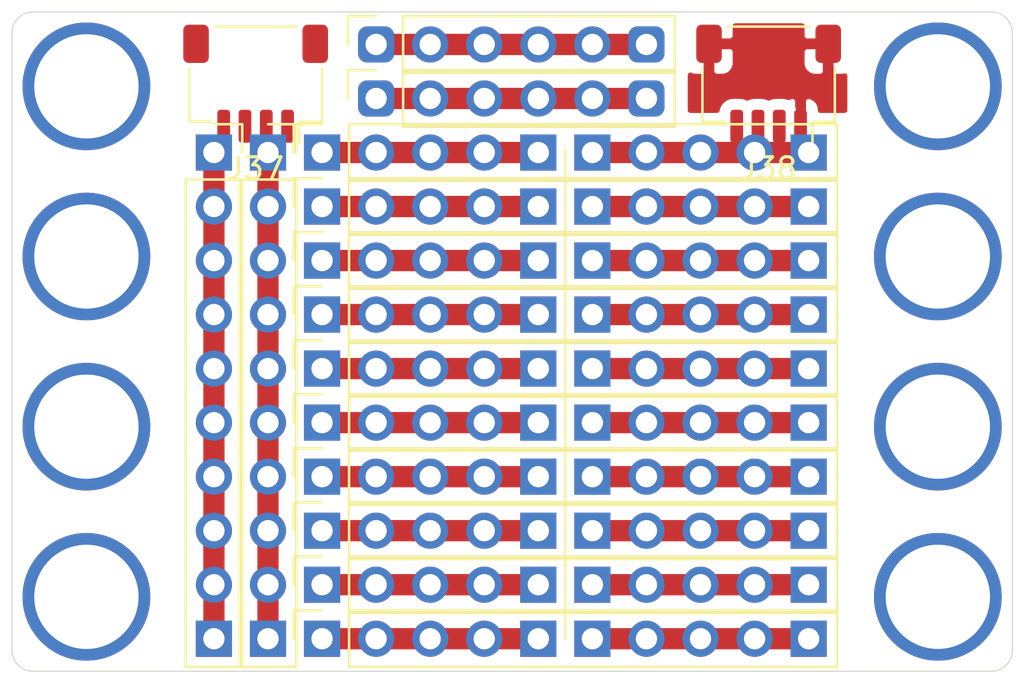
<source format=kicad_pcb>
(kicad_pcb (version 20171130) (host pcbnew 5.1.9)

  (general
    (thickness 1.6)
    (drawings 9)
    (tracks 24)
    (zones 0)
    (modules 18)
    (nets 33)
  )

  (page A4)
  (layers
    (0 F.Cu signal)
    (31 B.Cu signal)
    (32 B.Adhes user)
    (33 F.Adhes user)
    (34 B.Paste user)
    (35 F.Paste user)
    (36 B.SilkS user)
    (37 F.SilkS user)
    (38 B.Mask user)
    (39 F.Mask user)
    (40 Dwgs.User user)
    (41 Cmts.User user)
    (42 Eco1.User user)
    (43 Eco2.User user)
    (44 Edge.Cuts user)
    (45 Margin user)
    (46 B.CrtYd user)
    (47 F.CrtYd user)
    (48 B.Fab user)
    (49 F.Fab user hide)
  )

  (setup
    (last_trace_width 0.25)
    (user_trace_width 0.4)
    (user_trace_width 0.5)
    (user_trace_width 1)
    (trace_clearance 0.2)
    (zone_clearance 0.508)
    (zone_45_only no)
    (trace_min 0.2)
    (via_size 0.8)
    (via_drill 0.4)
    (via_min_size 0.4)
    (via_min_drill 0.3)
    (uvia_size 0.3)
    (uvia_drill 0.1)
    (uvias_allowed no)
    (uvia_min_size 0.2)
    (uvia_min_drill 0.1)
    (edge_width 0.05)
    (segment_width 0.2)
    (pcb_text_width 0.3)
    (pcb_text_size 1.5 1.5)
    (mod_edge_width 0.12)
    (mod_text_size 1 1)
    (mod_text_width 0.15)
    (pad_size 1.7 1.7)
    (pad_drill 1)
    (pad_to_mask_clearance 0)
    (aux_axis_origin 0 0)
    (visible_elements FFFFFF7F)
    (pcbplotparams
      (layerselection 0x010cc_ffffffff)
      (usegerberextensions false)
      (usegerberattributes true)
      (usegerberadvancedattributes true)
      (creategerberjobfile true)
      (excludeedgelayer true)
      (linewidth 0.100000)
      (plotframeref false)
      (viasonmask false)
      (mode 1)
      (useauxorigin false)
      (hpglpennumber 1)
      (hpglpenspeed 20)
      (hpglpendiameter 15.000000)
      (psnegative false)
      (psa4output false)
      (plotreference true)
      (plotvalue true)
      (plotinvisibletext false)
      (padsonsilk false)
      (subtractmaskfromsilk true)
      (outputformat 1)
      (mirror false)
      (drillshape 0)
      (scaleselection 1)
      (outputdirectory "gerbers/"))
  )

  (net 0 "")
  (net 1 /Q1-GND)
  (net 2 /Q1-3v3)
  (net 3 "Net-(J3-Pad1)")
  (net 4 "Net-(J4-Pad1)")
  (net 5 "Net-(J5-Pad10)")
  (net 6 "Net-(J5-Pad1)")
  (net 7 "Net-(J6-Pad10)")
  (net 8 "Net-(J6-Pad1)")
  (net 9 "Net-(J7-Pad10)")
  (net 10 "Net-(J7-Pad1)")
  (net 11 "Net-(J8-Pad10)")
  (net 12 "Net-(J8-Pad1)")
  (net 13 "Net-(J9-Pad10)")
  (net 14 "Net-(J9-Pad1)")
  (net 15 "Net-(J10-Pad10)")
  (net 16 "Net-(J10-Pad1)")
  (net 17 "Net-(J11-Pad10)")
  (net 18 "Net-(J11-Pad1)")
  (net 19 "Net-(J12-Pad10)")
  (net 20 "Net-(J12-Pad1)")
  (net 21 "Net-(J16-Pad1)")
  (net 22 "Net-(J18-Pad1)")
  (net 23 /Q1-SDA)
  (net 24 /Q1-SCL)
  (net 25 "Net-(J3-Pad10)")
  (net 26 "Net-(J4-Pad10)")
  (net 27 "Net-(J16-Pad4)")
  (net 28 "Net-(J16-Pad3)")
  (net 29 "Net-(J16-Pad2)")
  (net 30 "Net-(J18-Pad4)")
  (net 31 "Net-(J18-Pad3)")
  (net 32 "Net-(J18-Pad2)")

  (net_class Default "This is the default net class."
    (clearance 0.2)
    (trace_width 0.25)
    (via_dia 0.8)
    (via_drill 0.4)
    (uvia_dia 0.3)
    (uvia_drill 0.1)
    (add_net /Q1-3v3)
    (add_net /Q1-GND)
    (add_net /Q1-SCL)
    (add_net /Q1-SDA)
    (add_net "Net-(J10-Pad1)")
    (add_net "Net-(J10-Pad10)")
    (add_net "Net-(J11-Pad1)")
    (add_net "Net-(J11-Pad10)")
    (add_net "Net-(J12-Pad1)")
    (add_net "Net-(J12-Pad10)")
    (add_net "Net-(J16-Pad1)")
    (add_net "Net-(J16-Pad2)")
    (add_net "Net-(J16-Pad3)")
    (add_net "Net-(J16-Pad4)")
    (add_net "Net-(J18-Pad1)")
    (add_net "Net-(J18-Pad2)")
    (add_net "Net-(J18-Pad3)")
    (add_net "Net-(J18-Pad4)")
    (add_net "Net-(J3-Pad1)")
    (add_net "Net-(J3-Pad10)")
    (add_net "Net-(J4-Pad1)")
    (add_net "Net-(J4-Pad10)")
    (add_net "Net-(J5-Pad1)")
    (add_net "Net-(J5-Pad10)")
    (add_net "Net-(J6-Pad1)")
    (add_net "Net-(J6-Pad10)")
    (add_net "Net-(J7-Pad1)")
    (add_net "Net-(J7-Pad10)")
    (add_net "Net-(J8-Pad1)")
    (add_net "Net-(J8-Pad10)")
    (add_net "Net-(J9-Pad1)")
    (add_net "Net-(J9-Pad10)")
  )

  (module Connector_JST:JST_SH_SM04B-SRSS-TB_1x04-1MP_P1.00mm_Horizontal (layer F.Cu) (tedit 5B78AD87) (tstamp 60069FDD)
    (at 209.55 87.875 180)
    (descr "JST SH series connector, SM04B-SRSS-TB (http://www.jst-mfg.com/product/pdf/eng/eSH.pdf), generated with kicad-footprint-generator")
    (tags "connector JST SH top entry")
    (path /600D06B0)
    (attr smd)
    (fp_text reference J38 (at 0 -3.98) (layer F.SilkS)
      (effects (font (size 1 1) (thickness 0.15)))
    )
    (fp_text value Conn_01x04_MountingPin (at 0 3.98) (layer F.Fab)
      (effects (font (size 1 1) (thickness 0.15)))
    )
    (fp_text user %R (at 0 0) (layer F.Fab)
      (effects (font (size 1 1) (thickness 0.15)))
    )
    (fp_line (start -3 -1.675) (end 3 -1.675) (layer F.Fab) (width 0.1))
    (fp_line (start -3.11 0.715) (end -3.11 -1.785) (layer F.SilkS) (width 0.12))
    (fp_line (start -3.11 -1.785) (end -2.06 -1.785) (layer F.SilkS) (width 0.12))
    (fp_line (start -2.06 -1.785) (end -2.06 -2.775) (layer F.SilkS) (width 0.12))
    (fp_line (start 3.11 0.715) (end 3.11 -1.785) (layer F.SilkS) (width 0.12))
    (fp_line (start 3.11 -1.785) (end 2.06 -1.785) (layer F.SilkS) (width 0.12))
    (fp_line (start -1.94 2.685) (end 1.94 2.685) (layer F.SilkS) (width 0.12))
    (fp_line (start -3 2.575) (end 3 2.575) (layer F.Fab) (width 0.1))
    (fp_line (start -3 -1.675) (end -3 2.575) (layer F.Fab) (width 0.1))
    (fp_line (start 3 -1.675) (end 3 2.575) (layer F.Fab) (width 0.1))
    (fp_line (start -3.9 -3.28) (end -3.9 3.28) (layer F.CrtYd) (width 0.05))
    (fp_line (start -3.9 3.28) (end 3.9 3.28) (layer F.CrtYd) (width 0.05))
    (fp_line (start 3.9 3.28) (end 3.9 -3.28) (layer F.CrtYd) (width 0.05))
    (fp_line (start 3.9 -3.28) (end -3.9 -3.28) (layer F.CrtYd) (width 0.05))
    (fp_line (start -2 -1.675) (end -1.5 -0.967893) (layer F.Fab) (width 0.1))
    (fp_line (start -1.5 -0.967893) (end -1 -1.675) (layer F.Fab) (width 0.1))
    (pad MP smd roundrect (at 2.8 1.875 180) (size 1.2 1.8) (layers F.Cu F.Paste F.Mask) (roundrect_rratio 0.208333)
      (net 1 /Q1-GND))
    (pad MP smd roundrect (at -2.8 1.875 180) (size 1.2 1.8) (layers F.Cu F.Paste F.Mask) (roundrect_rratio 0.208333)
      (net 1 /Q1-GND))
    (pad 4 smd roundrect (at 1.5 -2 180) (size 0.6 1.55) (layers F.Cu F.Paste F.Mask) (roundrect_rratio 0.25)
      (net 24 /Q1-SCL))
    (pad 3 smd roundrect (at 0.5 -2 180) (size 0.6 1.55) (layers F.Cu F.Paste F.Mask) (roundrect_rratio 0.25)
      (net 23 /Q1-SDA))
    (pad 2 smd roundrect (at -0.5 -2 180) (size 0.6 1.55) (layers F.Cu F.Paste F.Mask) (roundrect_rratio 0.25)
      (net 2 /Q1-3v3))
    (pad 1 smd roundrect (at -1.5 -2 180) (size 0.6 1.55) (layers F.Cu F.Paste F.Mask) (roundrect_rratio 0.25)
      (net 1 /Q1-GND))
    (model ${KISYS3DMOD}/Connector_JST.3dshapes/JST_SH_SM04B-SRSS-TB_1x04-1MP_P1.00mm_Horizontal.wrl
      (at (xyz 0 0 0))
      (scale (xyz 1 1 1))
      (rotate (xyz 0 0 0))
    )
  )

  (module Connector_JST:JST_SH_SM04B-SRSS-TB_1x04-1MP_P1.00mm_Horizontal (layer F.Cu) (tedit 5B78AD87) (tstamp 60069FB2)
    (at 185.45 87.875 180)
    (descr "JST SH series connector, SM04B-SRSS-TB (http://www.jst-mfg.com/product/pdf/eng/eSH.pdf), generated with kicad-footprint-generator")
    (tags "connector JST SH top entry")
    (path /600FF32F)
    (attr smd)
    (fp_text reference J37 (at 0 -3.98) (layer F.SilkS)
      (effects (font (size 1 1) (thickness 0.15)))
    )
    (fp_text value Conn_01x04_MountingPin (at 0 3.98) (layer F.Fab)
      (effects (font (size 1 1) (thickness 0.15)))
    )
    (fp_text user %R (at 0 0) (layer F.Fab)
      (effects (font (size 1 1) (thickness 0.15)))
    )
    (fp_line (start -3 -1.675) (end 3 -1.675) (layer F.Fab) (width 0.1))
    (fp_line (start -3.11 0.715) (end -3.11 -1.785) (layer F.SilkS) (width 0.12))
    (fp_line (start -3.11 -1.785) (end -2.06 -1.785) (layer F.SilkS) (width 0.12))
    (fp_line (start -2.06 -1.785) (end -2.06 -2.775) (layer F.SilkS) (width 0.12))
    (fp_line (start 3.11 0.715) (end 3.11 -1.785) (layer F.SilkS) (width 0.12))
    (fp_line (start 3.11 -1.785) (end 2.06 -1.785) (layer F.SilkS) (width 0.12))
    (fp_line (start -1.94 2.685) (end 1.94 2.685) (layer F.SilkS) (width 0.12))
    (fp_line (start -3 2.575) (end 3 2.575) (layer F.Fab) (width 0.1))
    (fp_line (start -3 -1.675) (end -3 2.575) (layer F.Fab) (width 0.1))
    (fp_line (start 3 -1.675) (end 3 2.575) (layer F.Fab) (width 0.1))
    (fp_line (start -3.9 -3.28) (end -3.9 3.28) (layer F.CrtYd) (width 0.05))
    (fp_line (start -3.9 3.28) (end 3.9 3.28) (layer F.CrtYd) (width 0.05))
    (fp_line (start 3.9 3.28) (end 3.9 -3.28) (layer F.CrtYd) (width 0.05))
    (fp_line (start 3.9 -3.28) (end -3.9 -3.28) (layer F.CrtYd) (width 0.05))
    (fp_line (start -2 -1.675) (end -1.5 -0.967893) (layer F.Fab) (width 0.1))
    (fp_line (start -1.5 -0.967893) (end -1 -1.675) (layer F.Fab) (width 0.1))
    (pad MP smd roundrect (at 2.8 1.875 180) (size 1.2 1.8) (layers F.Cu F.Paste F.Mask) (roundrect_rratio 0.208333)
      (net 1 /Q1-GND))
    (pad MP smd roundrect (at -2.8 1.875 180) (size 1.2 1.8) (layers F.Cu F.Paste F.Mask) (roundrect_rratio 0.208333)
      (net 1 /Q1-GND))
    (pad 4 smd roundrect (at 1.5 -2 180) (size 0.6 1.55) (layers F.Cu F.Paste F.Mask) (roundrect_rratio 0.25)
      (net 24 /Q1-SCL))
    (pad 3 smd roundrect (at 0.5 -2 180) (size 0.6 1.55) (layers F.Cu F.Paste F.Mask) (roundrect_rratio 0.25)
      (net 23 /Q1-SDA))
    (pad 2 smd roundrect (at -0.5 -2 180) (size 0.6 1.55) (layers F.Cu F.Paste F.Mask) (roundrect_rratio 0.25)
      (net 2 /Q1-3v3))
    (pad 1 smd roundrect (at -1.5 -2 180) (size 0.6 1.55) (layers F.Cu F.Paste F.Mask) (roundrect_rratio 0.25)
      (net 1 /Q1-GND))
    (model ${KISYS3DMOD}/Connector_JST.3dshapes/JST_SH_SM04B-SRSS-TB_1x04-1MP_P1.00mm_Horizontal.wrl
      (at (xyz 0 0 0))
      (scale (xyz 1 1 1))
      (rotate (xyz 0 0 0))
    )
  )

  (module Connector_PinSocket_2.54mm:PinSocket_1x06_P2.54mm_Vertical (layer F.Cu) (tedit 60067BA8) (tstamp 600730C9)
    (at 191.11 88.57 90)
    (descr "Through hole straight socket strip, 1x06, 2.54mm pitch, single row (from Kicad 4.0.7), script generated")
    (tags "Through hole socket strip THT 1x06 2.54mm single row")
    (path /6045D727)
    (fp_text reference J2 (at 0 -2.77 90) (layer F.SilkS) hide
      (effects (font (size 1 1) (thickness 0.15)))
    )
    (fp_text value Conn_01x06 (at 0 15.47 90) (layer F.Fab)
      (effects (font (size 1 1) (thickness 0.15)))
    )
    (fp_line (start -1.27 -1.27) (end 0.635 -1.27) (layer F.Fab) (width 0.1))
    (fp_line (start 0.635 -1.27) (end 1.27 -0.635) (layer F.Fab) (width 0.1))
    (fp_line (start 1.27 -0.635) (end 1.27 13.97) (layer F.Fab) (width 0.1))
    (fp_line (start 1.27 13.97) (end -1.27 13.97) (layer F.Fab) (width 0.1))
    (fp_line (start -1.27 13.97) (end -1.27 -1.27) (layer F.Fab) (width 0.1))
    (fp_line (start -1.33 1.27) (end 1.33 1.27) (layer F.SilkS) (width 0.12))
    (fp_line (start -1.33 1.27) (end -1.33 14.03) (layer F.SilkS) (width 0.12))
    (fp_line (start -1.33 14.03) (end 1.33 14.03) (layer F.SilkS) (width 0.12))
    (fp_line (start 1.33 1.27) (end 1.33 14.03) (layer F.SilkS) (width 0.12))
    (fp_line (start 1.33 -1.33) (end 1.33 0) (layer F.SilkS) (width 0.12))
    (fp_line (start 0 -1.33) (end 1.33 -1.33) (layer F.SilkS) (width 0.12))
    (fp_line (start -1.8 -1.8) (end 1.75 -1.8) (layer F.CrtYd) (width 0.05))
    (fp_line (start 1.75 -1.8) (end 1.75 14.45) (layer F.CrtYd) (width 0.05))
    (fp_line (start 1.75 14.45) (end -1.8 14.45) (layer F.CrtYd) (width 0.05))
    (fp_line (start -1.8 14.45) (end -1.8 -1.8) (layer F.CrtYd) (width 0.05))
    (fp_text user %R (at 0 6.35) (layer F.Fab)
      (effects (font (size 1 1) (thickness 0.15)))
    )
    (pad 6 thru_hole roundrect (at 0 12.7 90) (size 1.7 1.7) (drill 1) (layers *.Cu *.Mask) (roundrect_rratio 0.25)
      (net 24 /Q1-SCL))
    (pad 5 thru_hole oval (at 0 10.16 90) (size 1.7 1.7) (drill 1) (layers *.Cu *.Mask)
      (net 24 /Q1-SCL))
    (pad 4 thru_hole oval (at 0 7.62 90) (size 1.7 1.7) (drill 1) (layers *.Cu *.Mask)
      (net 24 /Q1-SCL))
    (pad 3 thru_hole oval (at 0 5.08 90) (size 1.7 1.7) (drill 1) (layers *.Cu *.Mask)
      (net 24 /Q1-SCL))
    (pad 2 thru_hole oval (at 0 2.54 90) (size 1.7 1.7) (drill 1) (layers *.Cu *.Mask)
      (net 24 /Q1-SCL))
    (pad 1 thru_hole roundrect (at 0 0 90) (size 1.7 1.7) (drill 1) (layers *.Cu *.Mask) (roundrect_rratio 0.25)
      (net 24 /Q1-SCL))
    (model ${KISYS3DMOD}/Connector_PinSocket_2.54mm.3dshapes/PinSocket_1x06_P2.54mm_Vertical.wrl
      (at (xyz 0 0 0))
      (scale (xyz 1 1 1))
      (rotate (xyz 0 0 0))
    )
  )

  (module Connector_PinSocket_2.54mm:PinSocket_1x06_P2.54mm_Vertical (layer F.Cu) (tedit 60067BA3) (tstamp 600730AF)
    (at 191.11 86.03 90)
    (descr "Through hole straight socket strip, 1x06, 2.54mm pitch, single row (from Kicad 4.0.7), script generated")
    (tags "Through hole socket strip THT 1x06 2.54mm single row")
    (path /6045A2B0)
    (fp_text reference J1 (at 0 -2.77 90) (layer F.SilkS) hide
      (effects (font (size 1 1) (thickness 0.15)))
    )
    (fp_text value Conn_01x06 (at 0 15.47 90) (layer F.Fab)
      (effects (font (size 1 1) (thickness 0.15)))
    )
    (fp_line (start -1.27 -1.27) (end 0.635 -1.27) (layer F.Fab) (width 0.1))
    (fp_line (start 0.635 -1.27) (end 1.27 -0.635) (layer F.Fab) (width 0.1))
    (fp_line (start 1.27 -0.635) (end 1.27 13.97) (layer F.Fab) (width 0.1))
    (fp_line (start 1.27 13.97) (end -1.27 13.97) (layer F.Fab) (width 0.1))
    (fp_line (start -1.27 13.97) (end -1.27 -1.27) (layer F.Fab) (width 0.1))
    (fp_line (start -1.33 1.27) (end 1.33 1.27) (layer F.SilkS) (width 0.12))
    (fp_line (start -1.33 1.27) (end -1.33 14.03) (layer F.SilkS) (width 0.12))
    (fp_line (start -1.33 14.03) (end 1.33 14.03) (layer F.SilkS) (width 0.12))
    (fp_line (start 1.33 1.27) (end 1.33 14.03) (layer F.SilkS) (width 0.12))
    (fp_line (start 1.33 -1.33) (end 1.33 0) (layer F.SilkS) (width 0.12))
    (fp_line (start 0 -1.33) (end 1.33 -1.33) (layer F.SilkS) (width 0.12))
    (fp_line (start -1.8 -1.8) (end 1.75 -1.8) (layer F.CrtYd) (width 0.05))
    (fp_line (start 1.75 -1.8) (end 1.75 14.45) (layer F.CrtYd) (width 0.05))
    (fp_line (start 1.75 14.45) (end -1.8 14.45) (layer F.CrtYd) (width 0.05))
    (fp_line (start -1.8 14.45) (end -1.8 -1.8) (layer F.CrtYd) (width 0.05))
    (fp_text user %R (at 0 6.35) (layer F.Fab)
      (effects (font (size 1 1) (thickness 0.15)))
    )
    (pad 6 thru_hole roundrect (at 0 12.7 90) (size 1.7 1.7) (drill 1) (layers *.Cu *.Mask) (roundrect_rratio 0.25)
      (net 23 /Q1-SDA))
    (pad 5 thru_hole oval (at 0 10.16 90) (size 1.7 1.7) (drill 1) (layers *.Cu *.Mask)
      (net 23 /Q1-SDA))
    (pad 4 thru_hole oval (at 0 7.62 90) (size 1.7 1.7) (drill 1) (layers *.Cu *.Mask)
      (net 23 /Q1-SDA))
    (pad 3 thru_hole oval (at 0 5.08 90) (size 1.7 1.7) (drill 1) (layers *.Cu *.Mask)
      (net 23 /Q1-SDA))
    (pad 2 thru_hole oval (at 0 2.54 90) (size 1.7 1.7) (drill 1) (layers *.Cu *.Mask)
      (net 23 /Q1-SDA))
    (pad 1 thru_hole roundrect (at 0 0 90) (size 1.7 1.7) (drill 1) (layers *.Cu *.Mask) (roundrect_rratio 0.25)
      (net 23 /Q1-SDA))
    (model ${KISYS3DMOD}/Connector_PinSocket_2.54mm.3dshapes/PinSocket_1x06_P2.54mm_Vertical.wrl
      (at (xyz 0 0 0))
      (scale (xyz 1 1 1))
      (rotate (xyz 0 0 0))
    )
  )

  (module Connector_PinSocket_2.54mm:PinSocket_1x10_P2.54mm_Vertical (layer F.Cu) (tedit 60067C41) (tstamp 6006C65F)
    (at 188.57 106.35 90)
    (descr "Through hole straight socket strip, 1x10, 2.54mm pitch, single row (from Kicad 4.0.7), script generated")
    (tags "Through hole socket strip THT 1x10 2.54mm single row")
    (path /60258FF2)
    (fp_text reference J9 (at 0 -2.77 90) (layer F.SilkS) hide
      (effects (font (size 1 1) (thickness 0.15)))
    )
    (fp_text value Conn_01x10 (at 0 25.63 90) (layer F.Fab)
      (effects (font (size 1 1) (thickness 0.15)))
    )
    (fp_line (start -1.27 -1.27) (end 0.635 -1.27) (layer F.Fab) (width 0.1))
    (fp_line (start 0.635 -1.27) (end 1.27 -0.635) (layer F.Fab) (width 0.1))
    (fp_line (start 1.27 -0.635) (end 1.27 24.13) (layer F.Fab) (width 0.1))
    (fp_line (start 1.27 24.13) (end -1.27 24.13) (layer F.Fab) (width 0.1))
    (fp_line (start -1.27 24.13) (end -1.27 -1.27) (layer F.Fab) (width 0.1))
    (fp_line (start -1.33 1.27) (end 1.33 1.27) (layer F.SilkS) (width 0.12))
    (fp_line (start -1.33 1.27) (end -1.33 24.19) (layer F.SilkS) (width 0.12))
    (fp_line (start -1.33 24.19) (end 1.33 24.19) (layer F.SilkS) (width 0.12))
    (fp_line (start 1.33 1.27) (end 1.33 24.19) (layer F.SilkS) (width 0.12))
    (fp_line (start 1.33 -1.33) (end 1.33 0) (layer F.SilkS) (width 0.12))
    (fp_line (start 0 -1.33) (end 1.33 -1.33) (layer F.SilkS) (width 0.12))
    (fp_line (start -1.8 -1.8) (end 1.75 -1.8) (layer F.CrtYd) (width 0.05))
    (fp_line (start 1.75 -1.8) (end 1.75 24.6) (layer F.CrtYd) (width 0.05))
    (fp_line (start 1.75 24.6) (end -1.8 24.6) (layer F.CrtYd) (width 0.05))
    (fp_line (start -1.8 24.6) (end -1.8 -1.8) (layer F.CrtYd) (width 0.05))
    (fp_text user %R (at 0 11.43) (layer F.Fab)
      (effects (font (size 1 1) (thickness 0.15)))
    )
    (pad 1 thru_hole rect (at 0 0 90) (size 1.7 1.7) (drill 1) (layers *.Cu *.Mask)
      (net 14 "Net-(J9-Pad1)"))
    (pad 2 thru_hole oval (at 0 2.54 90) (size 1.7 1.7) (drill 1) (layers *.Cu *.Mask)
      (net 14 "Net-(J9-Pad1)"))
    (pad 3 thru_hole oval (at 0 5.08 90) (size 1.7 1.7) (drill 1) (layers *.Cu *.Mask)
      (net 14 "Net-(J9-Pad1)"))
    (pad 4 thru_hole oval (at 0 7.62 90) (size 1.7 1.7) (drill 1) (layers *.Cu *.Mask)
      (net 14 "Net-(J9-Pad1)"))
    (pad 5 thru_hole rect (at 0 10.16 90) (size 1.7 1.7) (drill 1) (layers *.Cu *.Mask)
      (net 14 "Net-(J9-Pad1)"))
    (pad 6 thru_hole rect (at 0 12.7 90) (size 1.7 1.7) (drill 1) (layers *.Cu *.Mask)
      (net 13 "Net-(J9-Pad10)"))
    (pad 7 thru_hole oval (at 0 15.24 90) (size 1.7 1.7) (drill 1) (layers *.Cu *.Mask)
      (net 13 "Net-(J9-Pad10)"))
    (pad 8 thru_hole oval (at 0 17.78 90) (size 1.7 1.7) (drill 1) (layers *.Cu *.Mask)
      (net 13 "Net-(J9-Pad10)"))
    (pad 9 thru_hole oval (at 0 20.32 90) (size 1.7 1.7) (drill 1) (layers *.Cu *.Mask)
      (net 13 "Net-(J9-Pad10)"))
    (pad 10 thru_hole rect (at 0 22.86 90) (size 1.7 1.7) (drill 1) (layers *.Cu *.Mask)
      (net 13 "Net-(J9-Pad10)"))
    (model ${KISYS3DMOD}/Connector_PinSocket_2.54mm.3dshapes/PinSocket_1x10_P2.54mm_Vertical.wrl
      (at (xyz 0 0 0))
      (scale (xyz 1 1 1))
      (rotate (xyz 0 0 0))
    )
  )

  (module Connector_PinSocket_2.54mm:PinSocket_1x10_P2.54mm_Vertical (layer F.Cu) (tedit 60067C36) (tstamp 6006C642)
    (at 188.57 101.27 90)
    (descr "Through hole straight socket strip, 1x10, 2.54mm pitch, single row (from Kicad 4.0.7), script generated")
    (tags "Through hole socket strip THT 1x10 2.54mm single row")
    (path /60250E88)
    (fp_text reference J7 (at 0 -2.77 90) (layer F.SilkS) hide
      (effects (font (size 1 1) (thickness 0.15)))
    )
    (fp_text value Conn_01x10 (at 0 25.63 90) (layer F.Fab)
      (effects (font (size 1 1) (thickness 0.15)))
    )
    (fp_line (start -1.27 -1.27) (end 0.635 -1.27) (layer F.Fab) (width 0.1))
    (fp_line (start 0.635 -1.27) (end 1.27 -0.635) (layer F.Fab) (width 0.1))
    (fp_line (start 1.27 -0.635) (end 1.27 24.13) (layer F.Fab) (width 0.1))
    (fp_line (start 1.27 24.13) (end -1.27 24.13) (layer F.Fab) (width 0.1))
    (fp_line (start -1.27 24.13) (end -1.27 -1.27) (layer F.Fab) (width 0.1))
    (fp_line (start -1.33 1.27) (end 1.33 1.27) (layer F.SilkS) (width 0.12))
    (fp_line (start -1.33 1.27) (end -1.33 24.19) (layer F.SilkS) (width 0.12))
    (fp_line (start -1.33 24.19) (end 1.33 24.19) (layer F.SilkS) (width 0.12))
    (fp_line (start 1.33 1.27) (end 1.33 24.19) (layer F.SilkS) (width 0.12))
    (fp_line (start 1.33 -1.33) (end 1.33 0) (layer F.SilkS) (width 0.12))
    (fp_line (start 0 -1.33) (end 1.33 -1.33) (layer F.SilkS) (width 0.12))
    (fp_line (start -1.8 -1.8) (end 1.75 -1.8) (layer F.CrtYd) (width 0.05))
    (fp_line (start 1.75 -1.8) (end 1.75 24.6) (layer F.CrtYd) (width 0.05))
    (fp_line (start 1.75 24.6) (end -1.8 24.6) (layer F.CrtYd) (width 0.05))
    (fp_line (start -1.8 24.6) (end -1.8 -1.8) (layer F.CrtYd) (width 0.05))
    (fp_text user %R (at 0 11.43) (layer F.Fab)
      (effects (font (size 1 1) (thickness 0.15)))
    )
    (pad 1 thru_hole rect (at 0 0 90) (size 1.7 1.7) (drill 1) (layers *.Cu *.Mask)
      (net 10 "Net-(J7-Pad1)"))
    (pad 2 thru_hole oval (at 0 2.54 90) (size 1.7 1.7) (drill 1) (layers *.Cu *.Mask)
      (net 10 "Net-(J7-Pad1)"))
    (pad 3 thru_hole oval (at 0 5.08 90) (size 1.7 1.7) (drill 1) (layers *.Cu *.Mask)
      (net 10 "Net-(J7-Pad1)"))
    (pad 4 thru_hole oval (at 0 7.62 90) (size 1.7 1.7) (drill 1) (layers *.Cu *.Mask)
      (net 10 "Net-(J7-Pad1)"))
    (pad 5 thru_hole rect (at 0 10.16 90) (size 1.7 1.7) (drill 1) (layers *.Cu *.Mask)
      (net 10 "Net-(J7-Pad1)"))
    (pad 6 thru_hole rect (at 0 12.7 90) (size 1.7 1.7) (drill 1) (layers *.Cu *.Mask)
      (net 9 "Net-(J7-Pad10)"))
    (pad 7 thru_hole oval (at 0 15.24 90) (size 1.7 1.7) (drill 1) (layers *.Cu *.Mask)
      (net 9 "Net-(J7-Pad10)"))
    (pad 8 thru_hole oval (at 0 17.78 90) (size 1.7 1.7) (drill 1) (layers *.Cu *.Mask)
      (net 9 "Net-(J7-Pad10)"))
    (pad 9 thru_hole oval (at 0 20.32 90) (size 1.7 1.7) (drill 1) (layers *.Cu *.Mask)
      (net 9 "Net-(J7-Pad10)"))
    (pad 10 thru_hole rect (at 0 22.86 90) (size 1.7 1.7) (drill 1) (layers *.Cu *.Mask)
      (net 9 "Net-(J7-Pad10)"))
    (model ${KISYS3DMOD}/Connector_PinSocket_2.54mm.3dshapes/PinSocket_1x10_P2.54mm_Vertical.wrl
      (at (xyz 0 0 0))
      (scale (xyz 1 1 1))
      (rotate (xyz 0 0 0))
    )
  )

  (module Connector_PinSocket_2.54mm:PinSocket_1x10_P2.54mm_Vertical (layer F.Cu) (tedit 60067C29) (tstamp 6006C60A)
    (at 188.57 96.19 90)
    (descr "Through hole straight socket strip, 1x10, 2.54mm pitch, single row (from Kicad 4.0.7), script generated")
    (tags "Through hole socket strip THT 1x10 2.54mm single row")
    (path /60250E60)
    (fp_text reference J5 (at 0 -2.77 90) (layer F.SilkS) hide
      (effects (font (size 1 1) (thickness 0.15)))
    )
    (fp_text value Conn_01x10 (at 0 25.63 90) (layer F.Fab)
      (effects (font (size 1 1) (thickness 0.15)))
    )
    (fp_line (start -1.27 -1.27) (end 0.635 -1.27) (layer F.Fab) (width 0.1))
    (fp_line (start 0.635 -1.27) (end 1.27 -0.635) (layer F.Fab) (width 0.1))
    (fp_line (start 1.27 -0.635) (end 1.27 24.13) (layer F.Fab) (width 0.1))
    (fp_line (start 1.27 24.13) (end -1.27 24.13) (layer F.Fab) (width 0.1))
    (fp_line (start -1.27 24.13) (end -1.27 -1.27) (layer F.Fab) (width 0.1))
    (fp_line (start -1.33 1.27) (end 1.33 1.27) (layer F.SilkS) (width 0.12))
    (fp_line (start -1.33 1.27) (end -1.33 24.19) (layer F.SilkS) (width 0.12))
    (fp_line (start -1.33 24.19) (end 1.33 24.19) (layer F.SilkS) (width 0.12))
    (fp_line (start 1.33 1.27) (end 1.33 24.19) (layer F.SilkS) (width 0.12))
    (fp_line (start 1.33 -1.33) (end 1.33 0) (layer F.SilkS) (width 0.12))
    (fp_line (start 0 -1.33) (end 1.33 -1.33) (layer F.SilkS) (width 0.12))
    (fp_line (start -1.8 -1.8) (end 1.75 -1.8) (layer F.CrtYd) (width 0.05))
    (fp_line (start 1.75 -1.8) (end 1.75 24.6) (layer F.CrtYd) (width 0.05))
    (fp_line (start 1.75 24.6) (end -1.8 24.6) (layer F.CrtYd) (width 0.05))
    (fp_line (start -1.8 24.6) (end -1.8 -1.8) (layer F.CrtYd) (width 0.05))
    (fp_text user %R (at 0 11.43) (layer F.Fab)
      (effects (font (size 1 1) (thickness 0.15)))
    )
    (pad 1 thru_hole rect (at 0 0 90) (size 1.7 1.7) (drill 1) (layers *.Cu *.Mask)
      (net 6 "Net-(J5-Pad1)"))
    (pad 2 thru_hole oval (at 0 2.54 90) (size 1.7 1.7) (drill 1) (layers *.Cu *.Mask)
      (net 6 "Net-(J5-Pad1)"))
    (pad 3 thru_hole oval (at 0 5.08 90) (size 1.7 1.7) (drill 1) (layers *.Cu *.Mask)
      (net 6 "Net-(J5-Pad1)"))
    (pad 4 thru_hole oval (at 0 7.62 90) (size 1.7 1.7) (drill 1) (layers *.Cu *.Mask)
      (net 6 "Net-(J5-Pad1)"))
    (pad 5 thru_hole rect (at 0 10.16 90) (size 1.7 1.7) (drill 1) (layers *.Cu *.Mask)
      (net 6 "Net-(J5-Pad1)"))
    (pad 6 thru_hole rect (at 0 12.7 90) (size 1.7 1.7) (drill 1) (layers *.Cu *.Mask)
      (net 5 "Net-(J5-Pad10)"))
    (pad 7 thru_hole oval (at 0 15.24 90) (size 1.7 1.7) (drill 1) (layers *.Cu *.Mask)
      (net 5 "Net-(J5-Pad10)"))
    (pad 8 thru_hole oval (at 0 17.78 90) (size 1.7 1.7) (drill 1) (layers *.Cu *.Mask)
      (net 5 "Net-(J5-Pad10)"))
    (pad 9 thru_hole oval (at 0 20.32 90) (size 1.7 1.7) (drill 1) (layers *.Cu *.Mask)
      (net 5 "Net-(J5-Pad10)"))
    (pad 10 thru_hole rect (at 0 22.86 90) (size 1.7 1.7) (drill 1) (layers *.Cu *.Mask)
      (net 5 "Net-(J5-Pad10)"))
    (model ${KISYS3DMOD}/Connector_PinSocket_2.54mm.3dshapes/PinSocket_1x10_P2.54mm_Vertical.wrl
      (at (xyz 0 0 0))
      (scale (xyz 1 1 1))
      (rotate (xyz 0 0 0))
    )
  )

  (module Connector_PinSocket_2.54mm:PinSocket_1x10_P2.54mm_Vertical (layer F.Cu) (tedit 60067C24) (tstamp 6006C5ED)
    (at 188.57 93.65 90)
    (descr "Through hole straight socket strip, 1x10, 2.54mm pitch, single row (from Kicad 4.0.7), script generated")
    (tags "Through hole socket strip THT 1x10 2.54mm single row")
    (path /6024C350)
    (fp_text reference J4 (at 0 -2.77 90) (layer F.SilkS) hide
      (effects (font (size 1 1) (thickness 0.15)))
    )
    (fp_text value Conn_01x10 (at 0 25.63 90) (layer F.Fab)
      (effects (font (size 1 1) (thickness 0.15)))
    )
    (fp_line (start -1.27 -1.27) (end 0.635 -1.27) (layer F.Fab) (width 0.1))
    (fp_line (start 0.635 -1.27) (end 1.27 -0.635) (layer F.Fab) (width 0.1))
    (fp_line (start 1.27 -0.635) (end 1.27 24.13) (layer F.Fab) (width 0.1))
    (fp_line (start 1.27 24.13) (end -1.27 24.13) (layer F.Fab) (width 0.1))
    (fp_line (start -1.27 24.13) (end -1.27 -1.27) (layer F.Fab) (width 0.1))
    (fp_line (start -1.33 1.27) (end 1.33 1.27) (layer F.SilkS) (width 0.12))
    (fp_line (start -1.33 1.27) (end -1.33 24.19) (layer F.SilkS) (width 0.12))
    (fp_line (start -1.33 24.19) (end 1.33 24.19) (layer F.SilkS) (width 0.12))
    (fp_line (start 1.33 1.27) (end 1.33 24.19) (layer F.SilkS) (width 0.12))
    (fp_line (start 1.33 -1.33) (end 1.33 0) (layer F.SilkS) (width 0.12))
    (fp_line (start 0 -1.33) (end 1.33 -1.33) (layer F.SilkS) (width 0.12))
    (fp_line (start -1.8 -1.8) (end 1.75 -1.8) (layer F.CrtYd) (width 0.05))
    (fp_line (start 1.75 -1.8) (end 1.75 24.6) (layer F.CrtYd) (width 0.05))
    (fp_line (start 1.75 24.6) (end -1.8 24.6) (layer F.CrtYd) (width 0.05))
    (fp_line (start -1.8 24.6) (end -1.8 -1.8) (layer F.CrtYd) (width 0.05))
    (fp_text user %R (at 0 11.43) (layer F.Fab)
      (effects (font (size 1 1) (thickness 0.15)))
    )
    (pad 1 thru_hole rect (at 0 0 90) (size 1.7 1.7) (drill 1) (layers *.Cu *.Mask)
      (net 4 "Net-(J4-Pad1)"))
    (pad 2 thru_hole oval (at 0 2.54 90) (size 1.7 1.7) (drill 1) (layers *.Cu *.Mask)
      (net 4 "Net-(J4-Pad1)"))
    (pad 3 thru_hole oval (at 0 5.08 90) (size 1.7 1.7) (drill 1) (layers *.Cu *.Mask)
      (net 4 "Net-(J4-Pad1)"))
    (pad 4 thru_hole oval (at 0 7.62 90) (size 1.7 1.7) (drill 1) (layers *.Cu *.Mask)
      (net 4 "Net-(J4-Pad1)"))
    (pad 5 thru_hole rect (at 0 10.16 90) (size 1.7 1.7) (drill 1) (layers *.Cu *.Mask)
      (net 4 "Net-(J4-Pad1)"))
    (pad 6 thru_hole rect (at 0 12.7 90) (size 1.7 1.7) (drill 1) (layers *.Cu *.Mask)
      (net 26 "Net-(J4-Pad10)"))
    (pad 7 thru_hole oval (at 0 15.24 90) (size 1.7 1.7) (drill 1) (layers *.Cu *.Mask)
      (net 26 "Net-(J4-Pad10)"))
    (pad 8 thru_hole oval (at 0 17.78 90) (size 1.7 1.7) (drill 1) (layers *.Cu *.Mask)
      (net 26 "Net-(J4-Pad10)"))
    (pad 9 thru_hole oval (at 0 20.32 90) (size 1.7 1.7) (drill 1) (layers *.Cu *.Mask)
      (net 26 "Net-(J4-Pad10)"))
    (pad 10 thru_hole rect (at 0 22.86 90) (size 1.7 1.7) (drill 1) (layers *.Cu *.Mask)
      (net 26 "Net-(J4-Pad10)"))
    (model ${KISYS3DMOD}/Connector_PinSocket_2.54mm.3dshapes/PinSocket_1x10_P2.54mm_Vertical.wrl
      (at (xyz 0 0 0))
      (scale (xyz 1 1 1))
      (rotate (xyz 0 0 0))
    )
  )

  (module Connector_PinSocket_2.54mm:PinSocket_1x10_P2.54mm_Vertical (layer F.Cu) (tedit 60067C1F) (tstamp 6006C5D0)
    (at 188.57 91.11 90)
    (descr "Through hole straight socket strip, 1x10, 2.54mm pitch, single row (from Kicad 4.0.7), script generated")
    (tags "Through hole socket strip THT 1x10 2.54mm single row")
    (path /6024AD8E)
    (fp_text reference J3 (at 0 -2.77 90) (layer F.SilkS) hide
      (effects (font (size 1 1) (thickness 0.15)))
    )
    (fp_text value Conn_01x10 (at 0 25.63 90) (layer F.Fab)
      (effects (font (size 1 1) (thickness 0.15)))
    )
    (fp_line (start -1.27 -1.27) (end 0.635 -1.27) (layer F.Fab) (width 0.1))
    (fp_line (start 0.635 -1.27) (end 1.27 -0.635) (layer F.Fab) (width 0.1))
    (fp_line (start 1.27 -0.635) (end 1.27 24.13) (layer F.Fab) (width 0.1))
    (fp_line (start 1.27 24.13) (end -1.27 24.13) (layer F.Fab) (width 0.1))
    (fp_line (start -1.27 24.13) (end -1.27 -1.27) (layer F.Fab) (width 0.1))
    (fp_line (start -1.33 1.27) (end 1.33 1.27) (layer F.SilkS) (width 0.12))
    (fp_line (start -1.33 1.27) (end -1.33 24.19) (layer F.SilkS) (width 0.12))
    (fp_line (start -1.33 24.19) (end 1.33 24.19) (layer F.SilkS) (width 0.12))
    (fp_line (start 1.33 1.27) (end 1.33 24.19) (layer F.SilkS) (width 0.12))
    (fp_line (start 1.33 -1.33) (end 1.33 0) (layer F.SilkS) (width 0.12))
    (fp_line (start 0 -1.33) (end 1.33 -1.33) (layer F.SilkS) (width 0.12))
    (fp_line (start -1.8 -1.8) (end 1.75 -1.8) (layer F.CrtYd) (width 0.05))
    (fp_line (start 1.75 -1.8) (end 1.75 24.6) (layer F.CrtYd) (width 0.05))
    (fp_line (start 1.75 24.6) (end -1.8 24.6) (layer F.CrtYd) (width 0.05))
    (fp_line (start -1.8 24.6) (end -1.8 -1.8) (layer F.CrtYd) (width 0.05))
    (fp_text user %R (at 0 11.43) (layer F.Fab)
      (effects (font (size 1 1) (thickness 0.15)))
    )
    (pad 1 thru_hole rect (at 0 0 90) (size 1.7 1.7) (drill 1) (layers *.Cu *.Mask)
      (net 3 "Net-(J3-Pad1)"))
    (pad 2 thru_hole oval (at 0 2.54 90) (size 1.7 1.7) (drill 1) (layers *.Cu *.Mask)
      (net 3 "Net-(J3-Pad1)"))
    (pad 3 thru_hole oval (at 0 5.08 90) (size 1.7 1.7) (drill 1) (layers *.Cu *.Mask)
      (net 3 "Net-(J3-Pad1)"))
    (pad 4 thru_hole oval (at 0 7.62 90) (size 1.7 1.7) (drill 1) (layers *.Cu *.Mask)
      (net 3 "Net-(J3-Pad1)"))
    (pad 5 thru_hole rect (at 0 10.16 90) (size 1.7 1.7) (drill 1) (layers *.Cu *.Mask)
      (net 3 "Net-(J3-Pad1)"))
    (pad 6 thru_hole rect (at 0 12.7 90) (size 1.7 1.7) (drill 1) (layers *.Cu *.Mask)
      (net 25 "Net-(J3-Pad10)"))
    (pad 7 thru_hole oval (at 0 15.24 90) (size 1.7 1.7) (drill 1) (layers *.Cu *.Mask)
      (net 25 "Net-(J3-Pad10)"))
    (pad 8 thru_hole oval (at 0 17.78 90) (size 1.7 1.7) (drill 1) (layers *.Cu *.Mask)
      (net 25 "Net-(J3-Pad10)"))
    (pad 9 thru_hole oval (at 0 20.32 90) (size 1.7 1.7) (drill 1) (layers *.Cu *.Mask)
      (net 25 "Net-(J3-Pad10)"))
    (pad 10 thru_hole rect (at 0 22.86 90) (size 1.7 1.7) (drill 1) (layers *.Cu *.Mask)
      (net 25 "Net-(J3-Pad10)"))
    (model ${KISYS3DMOD}/Connector_PinSocket_2.54mm.3dshapes/PinSocket_1x10_P2.54mm_Vertical.wrl
      (at (xyz 0 0 0))
      (scale (xyz 1 1 1))
      (rotate (xyz 0 0 0))
    )
  )

  (module Connector_PinSocket_2.54mm:PinSocket_1x10_P2.54mm_Vertical (layer F.Cu) (tedit 60067BDF) (tstamp 6006C5B3)
    (at 188.57 111.43 90)
    (descr "Through hole straight socket strip, 1x10, 2.54mm pitch, single row (from Kicad 4.0.7), script generated")
    (tags "Through hole socket strip THT 1x10 2.54mm single row")
    (path /6025901A)
    (fp_text reference J11 (at 0 -2.77 90) (layer F.SilkS) hide
      (effects (font (size 1 1) (thickness 0.15)))
    )
    (fp_text value Conn_01x10 (at 0 25.63 90) (layer F.Fab)
      (effects (font (size 1 1) (thickness 0.15)))
    )
    (fp_line (start -1.27 -1.27) (end 0.635 -1.27) (layer F.Fab) (width 0.1))
    (fp_line (start 0.635 -1.27) (end 1.27 -0.635) (layer F.Fab) (width 0.1))
    (fp_line (start 1.27 -0.635) (end 1.27 24.13) (layer F.Fab) (width 0.1))
    (fp_line (start 1.27 24.13) (end -1.27 24.13) (layer F.Fab) (width 0.1))
    (fp_line (start -1.27 24.13) (end -1.27 -1.27) (layer F.Fab) (width 0.1))
    (fp_line (start -1.33 1.27) (end 1.33 1.27) (layer F.SilkS) (width 0.12))
    (fp_line (start -1.33 1.27) (end -1.33 24.19) (layer F.SilkS) (width 0.12))
    (fp_line (start -1.33 24.19) (end 1.33 24.19) (layer F.SilkS) (width 0.12))
    (fp_line (start 1.33 1.27) (end 1.33 24.19) (layer F.SilkS) (width 0.12))
    (fp_line (start 1.33 -1.33) (end 1.33 0) (layer F.SilkS) (width 0.12))
    (fp_line (start 0 -1.33) (end 1.33 -1.33) (layer F.SilkS) (width 0.12))
    (fp_line (start -1.8 -1.8) (end 1.75 -1.8) (layer F.CrtYd) (width 0.05))
    (fp_line (start 1.75 -1.8) (end 1.75 24.6) (layer F.CrtYd) (width 0.05))
    (fp_line (start 1.75 24.6) (end -1.8 24.6) (layer F.CrtYd) (width 0.05))
    (fp_line (start -1.8 24.6) (end -1.8 -1.8) (layer F.CrtYd) (width 0.05))
    (fp_text user %R (at 0 11.43) (layer F.Fab)
      (effects (font (size 1 1) (thickness 0.15)))
    )
    (pad 1 thru_hole rect (at 0 0 90) (size 1.7 1.7) (drill 1) (layers *.Cu *.Mask)
      (net 18 "Net-(J11-Pad1)"))
    (pad 2 thru_hole oval (at 0 2.54 90) (size 1.7 1.7) (drill 1) (layers *.Cu *.Mask)
      (net 18 "Net-(J11-Pad1)"))
    (pad 3 thru_hole oval (at 0 5.08 90) (size 1.7 1.7) (drill 1) (layers *.Cu *.Mask)
      (net 18 "Net-(J11-Pad1)"))
    (pad 4 thru_hole oval (at 0 7.62 90) (size 1.7 1.7) (drill 1) (layers *.Cu *.Mask)
      (net 18 "Net-(J11-Pad1)"))
    (pad 5 thru_hole rect (at 0 10.16 90) (size 1.7 1.7) (drill 1) (layers *.Cu *.Mask)
      (net 18 "Net-(J11-Pad1)"))
    (pad 6 thru_hole rect (at 0 12.7 90) (size 1.7 1.7) (drill 1) (layers *.Cu *.Mask)
      (net 17 "Net-(J11-Pad10)"))
    (pad 7 thru_hole oval (at 0 15.24 90) (size 1.7 1.7) (drill 1) (layers *.Cu *.Mask)
      (net 17 "Net-(J11-Pad10)"))
    (pad 8 thru_hole oval (at 0 17.78 90) (size 1.7 1.7) (drill 1) (layers *.Cu *.Mask)
      (net 17 "Net-(J11-Pad10)"))
    (pad 9 thru_hole oval (at 0 20.32 90) (size 1.7 1.7) (drill 1) (layers *.Cu *.Mask)
      (net 17 "Net-(J11-Pad10)"))
    (pad 10 thru_hole rect (at 0 22.86 90) (size 1.7 1.7) (drill 1) (layers *.Cu *.Mask)
      (net 17 "Net-(J11-Pad10)"))
    (model ${KISYS3DMOD}/Connector_PinSocket_2.54mm.3dshapes/PinSocket_1x10_P2.54mm_Vertical.wrl
      (at (xyz 0 0 0))
      (scale (xyz 1 1 1))
      (rotate (xyz 0 0 0))
    )
  )

  (module Connector_PinSocket_2.54mm:PinSocket_1x10_P2.54mm_Vertical (layer F.Cu) (tedit 60067BEE) (tstamp 6006C596)
    (at 188.57 108.89 90)
    (descr "Through hole straight socket strip, 1x10, 2.54mm pitch, single row (from Kicad 4.0.7), script generated")
    (tags "Through hole socket strip THT 1x10 2.54mm single row")
    (path /60259006)
    (fp_text reference J10 (at 0 -2.77 90) (layer F.SilkS) hide
      (effects (font (size 1 1) (thickness 0.15)))
    )
    (fp_text value Conn_01x10 (at 0 25.63 90) (layer F.Fab)
      (effects (font (size 1 1) (thickness 0.15)))
    )
    (fp_line (start -1.27 -1.27) (end 0.635 -1.27) (layer F.Fab) (width 0.1))
    (fp_line (start 0.635 -1.27) (end 1.27 -0.635) (layer F.Fab) (width 0.1))
    (fp_line (start 1.27 -0.635) (end 1.27 24.13) (layer F.Fab) (width 0.1))
    (fp_line (start 1.27 24.13) (end -1.27 24.13) (layer F.Fab) (width 0.1))
    (fp_line (start -1.27 24.13) (end -1.27 -1.27) (layer F.Fab) (width 0.1))
    (fp_line (start -1.33 1.27) (end 1.33 1.27) (layer F.SilkS) (width 0.12))
    (fp_line (start -1.33 1.27) (end -1.33 24.19) (layer F.SilkS) (width 0.12))
    (fp_line (start -1.33 24.19) (end 1.33 24.19) (layer F.SilkS) (width 0.12))
    (fp_line (start 1.33 1.27) (end 1.33 24.19) (layer F.SilkS) (width 0.12))
    (fp_line (start 1.33 -1.33) (end 1.33 0) (layer F.SilkS) (width 0.12))
    (fp_line (start 0 -1.33) (end 1.33 -1.33) (layer F.SilkS) (width 0.12))
    (fp_line (start -1.8 -1.8) (end 1.75 -1.8) (layer F.CrtYd) (width 0.05))
    (fp_line (start 1.75 -1.8) (end 1.75 24.6) (layer F.CrtYd) (width 0.05))
    (fp_line (start 1.75 24.6) (end -1.8 24.6) (layer F.CrtYd) (width 0.05))
    (fp_line (start -1.8 24.6) (end -1.8 -1.8) (layer F.CrtYd) (width 0.05))
    (fp_text user %R (at 0 11.43) (layer F.Fab)
      (effects (font (size 1 1) (thickness 0.15)))
    )
    (pad 1 thru_hole rect (at 0 0 90) (size 1.7 1.7) (drill 1) (layers *.Cu *.Mask)
      (net 16 "Net-(J10-Pad1)"))
    (pad 2 thru_hole oval (at 0 2.54 90) (size 1.7 1.7) (drill 1) (layers *.Cu *.Mask)
      (net 16 "Net-(J10-Pad1)"))
    (pad 3 thru_hole oval (at 0 5.08 90) (size 1.7 1.7) (drill 1) (layers *.Cu *.Mask)
      (net 16 "Net-(J10-Pad1)"))
    (pad 4 thru_hole oval (at 0 7.62 90) (size 1.7 1.7) (drill 1) (layers *.Cu *.Mask)
      (net 16 "Net-(J10-Pad1)"))
    (pad 5 thru_hole rect (at 0 10.16 90) (size 1.7 1.7) (drill 1) (layers *.Cu *.Mask)
      (net 16 "Net-(J10-Pad1)"))
    (pad 6 thru_hole rect (at 0 12.7 90) (size 1.7 1.7) (drill 1) (layers *.Cu *.Mask)
      (net 15 "Net-(J10-Pad10)"))
    (pad 7 thru_hole oval (at 0 15.24 90) (size 1.7 1.7) (drill 1) (layers *.Cu *.Mask)
      (net 15 "Net-(J10-Pad10)"))
    (pad 8 thru_hole oval (at 0 17.78 90) (size 1.7 1.7) (drill 1) (layers *.Cu *.Mask)
      (net 15 "Net-(J10-Pad10)"))
    (pad 9 thru_hole oval (at 0 20.32 90) (size 1.7 1.7) (drill 1) (layers *.Cu *.Mask)
      (net 15 "Net-(J10-Pad10)"))
    (pad 10 thru_hole rect (at 0 22.86 90) (size 1.7 1.7) (drill 1) (layers *.Cu *.Mask)
      (net 15 "Net-(J10-Pad10)"))
    (model ${KISYS3DMOD}/Connector_PinSocket_2.54mm.3dshapes/PinSocket_1x10_P2.54mm_Vertical.wrl
      (at (xyz 0 0 0))
      (scale (xyz 1 1 1))
      (rotate (xyz 0 0 0))
    )
  )

  (module Connector_PinSocket_2.54mm:PinSocket_1x10_P2.54mm_Vertical (layer F.Cu) (tedit 60067BC1) (tstamp 6006C579)
    (at 183.49 91.11)
    (descr "Through hole straight socket strip, 1x10, 2.54mm pitch, single row (from Kicad 4.0.7), script generated")
    (tags "Through hole socket strip THT 1x10 2.54mm single row")
    (path /6026E299)
    (fp_text reference J13 (at 0 -2.77) (layer F.SilkS) hide
      (effects (font (size 1 1) (thickness 0.15)))
    )
    (fp_text value Conn_01x10 (at 0 25.63) (layer F.Fab)
      (effects (font (size 1 1) (thickness 0.15)))
    )
    (fp_line (start -1.27 -1.27) (end 0.635 -1.27) (layer F.Fab) (width 0.1))
    (fp_line (start 0.635 -1.27) (end 1.27 -0.635) (layer F.Fab) (width 0.1))
    (fp_line (start 1.27 -0.635) (end 1.27 24.13) (layer F.Fab) (width 0.1))
    (fp_line (start 1.27 24.13) (end -1.27 24.13) (layer F.Fab) (width 0.1))
    (fp_line (start -1.27 24.13) (end -1.27 -1.27) (layer F.Fab) (width 0.1))
    (fp_line (start -1.33 1.27) (end 1.33 1.27) (layer F.SilkS) (width 0.12))
    (fp_line (start -1.33 1.27) (end -1.33 24.19) (layer F.SilkS) (width 0.12))
    (fp_line (start -1.33 24.19) (end 1.33 24.19) (layer F.SilkS) (width 0.12))
    (fp_line (start 1.33 1.27) (end 1.33 24.19) (layer F.SilkS) (width 0.12))
    (fp_line (start 1.33 -1.33) (end 1.33 0) (layer F.SilkS) (width 0.12))
    (fp_line (start 0 -1.33) (end 1.33 -1.33) (layer F.SilkS) (width 0.12))
    (fp_line (start -1.8 -1.8) (end 1.75 -1.8) (layer F.CrtYd) (width 0.05))
    (fp_line (start 1.75 -1.8) (end 1.75 24.6) (layer F.CrtYd) (width 0.05))
    (fp_line (start 1.75 24.6) (end -1.8 24.6) (layer F.CrtYd) (width 0.05))
    (fp_line (start -1.8 24.6) (end -1.8 -1.8) (layer F.CrtYd) (width 0.05))
    (fp_text user %R (at 0 11.43 90) (layer F.Fab)
      (effects (font (size 1 1) (thickness 0.15)))
    )
    (pad 1 thru_hole rect (at 0 0) (size 1.7 1.7) (drill 1) (layers *.Cu *.Mask)
      (net 1 /Q1-GND))
    (pad 2 thru_hole oval (at 0 2.54) (size 1.7 1.7) (drill 1) (layers *.Cu *.Mask)
      (net 1 /Q1-GND))
    (pad 3 thru_hole oval (at 0 5.08) (size 1.7 1.7) (drill 1) (layers *.Cu *.Mask)
      (net 1 /Q1-GND))
    (pad 4 thru_hole oval (at 0 7.62) (size 1.7 1.7) (drill 1) (layers *.Cu *.Mask)
      (net 1 /Q1-GND))
    (pad 5 thru_hole oval (at 0 10.16) (size 1.7 1.7) (drill 1) (layers *.Cu *.Mask)
      (net 1 /Q1-GND))
    (pad 6 thru_hole oval (at 0 12.7) (size 1.7 1.7) (drill 1) (layers *.Cu *.Mask)
      (net 1 /Q1-GND))
    (pad 7 thru_hole oval (at 0 15.24) (size 1.7 1.7) (drill 1) (layers *.Cu *.Mask)
      (net 1 /Q1-GND))
    (pad 8 thru_hole oval (at 0 17.78) (size 1.7 1.7) (drill 1) (layers *.Cu *.Mask)
      (net 1 /Q1-GND))
    (pad 9 thru_hole oval (at 0 20.32) (size 1.7 1.7) (drill 1) (layers *.Cu *.Mask)
      (net 1 /Q1-GND))
    (pad 10 thru_hole rect (at 0 22.86) (size 1.7 1.7) (drill 1) (layers *.Cu *.Mask)
      (net 1 /Q1-GND))
    (model ${KISYS3DMOD}/Connector_PinSocket_2.54mm.3dshapes/PinSocket_1x10_P2.54mm_Vertical.wrl
      (at (xyz 0 0 0))
      (scale (xyz 1 1 1))
      (rotate (xyz 0 0 0))
    )
  )

  (module Connector_PinSocket_2.54mm:PinSocket_1x10_P2.54mm_Vertical (layer F.Cu) (tedit 60067BD5) (tstamp 6006C55C)
    (at 188.57 113.97 90)
    (descr "Through hole straight socket strip, 1x10, 2.54mm pitch, single row (from Kicad 4.0.7), script generated")
    (tags "Through hole socket strip THT 1x10 2.54mm single row")
    (path /6025902E)
    (fp_text reference J12 (at 0 -2.77 90) (layer F.SilkS) hide
      (effects (font (size 1 1) (thickness 0.15)))
    )
    (fp_text value Conn_01x10 (at 0 25.63 90) (layer F.Fab)
      (effects (font (size 1 1) (thickness 0.15)))
    )
    (fp_line (start -1.27 -1.27) (end 0.635 -1.27) (layer F.Fab) (width 0.1))
    (fp_line (start 0.635 -1.27) (end 1.27 -0.635) (layer F.Fab) (width 0.1))
    (fp_line (start 1.27 -0.635) (end 1.27 24.13) (layer F.Fab) (width 0.1))
    (fp_line (start 1.27 24.13) (end -1.27 24.13) (layer F.Fab) (width 0.1))
    (fp_line (start -1.27 24.13) (end -1.27 -1.27) (layer F.Fab) (width 0.1))
    (fp_line (start -1.33 1.27) (end 1.33 1.27) (layer F.SilkS) (width 0.12))
    (fp_line (start -1.33 1.27) (end -1.33 24.19) (layer F.SilkS) (width 0.12))
    (fp_line (start -1.33 24.19) (end 1.33 24.19) (layer F.SilkS) (width 0.12))
    (fp_line (start 1.33 1.27) (end 1.33 24.19) (layer F.SilkS) (width 0.12))
    (fp_line (start 1.33 -1.33) (end 1.33 0) (layer F.SilkS) (width 0.12))
    (fp_line (start 0 -1.33) (end 1.33 -1.33) (layer F.SilkS) (width 0.12))
    (fp_line (start -1.8 -1.8) (end 1.75 -1.8) (layer F.CrtYd) (width 0.05))
    (fp_line (start 1.75 -1.8) (end 1.75 24.6) (layer F.CrtYd) (width 0.05))
    (fp_line (start 1.75 24.6) (end -1.8 24.6) (layer F.CrtYd) (width 0.05))
    (fp_line (start -1.8 24.6) (end -1.8 -1.8) (layer F.CrtYd) (width 0.05))
    (fp_text user %R (at 0 11.43) (layer F.Fab)
      (effects (font (size 1 1) (thickness 0.15)))
    )
    (pad 1 thru_hole rect (at 0 0 90) (size 1.7 1.7) (drill 1) (layers *.Cu *.Mask)
      (net 20 "Net-(J12-Pad1)"))
    (pad 2 thru_hole oval (at 0 2.54 90) (size 1.7 1.7) (drill 1) (layers *.Cu *.Mask)
      (net 20 "Net-(J12-Pad1)"))
    (pad 3 thru_hole oval (at 0 5.08 90) (size 1.7 1.7) (drill 1) (layers *.Cu *.Mask)
      (net 20 "Net-(J12-Pad1)"))
    (pad 4 thru_hole oval (at 0 7.62 90) (size 1.7 1.7) (drill 1) (layers *.Cu *.Mask)
      (net 20 "Net-(J12-Pad1)"))
    (pad 5 thru_hole rect (at 0 10.16 90) (size 1.7 1.7) (drill 1) (layers *.Cu *.Mask)
      (net 20 "Net-(J12-Pad1)"))
    (pad 6 thru_hole rect (at 0 12.7 90) (size 1.7 1.7) (drill 1) (layers *.Cu *.Mask)
      (net 19 "Net-(J12-Pad10)"))
    (pad 7 thru_hole oval (at 0 15.24 90) (size 1.7 1.7) (drill 1) (layers *.Cu *.Mask)
      (net 19 "Net-(J12-Pad10)"))
    (pad 8 thru_hole oval (at 0 17.78 90) (size 1.7 1.7) (drill 1) (layers *.Cu *.Mask)
      (net 19 "Net-(J12-Pad10)"))
    (pad 9 thru_hole oval (at 0 20.32 90) (size 1.7 1.7) (drill 1) (layers *.Cu *.Mask)
      (net 19 "Net-(J12-Pad10)"))
    (pad 10 thru_hole rect (at 0 22.86 90) (size 1.7 1.7) (drill 1) (layers *.Cu *.Mask)
      (net 19 "Net-(J12-Pad10)"))
    (model ${KISYS3DMOD}/Connector_PinSocket_2.54mm.3dshapes/PinSocket_1x10_P2.54mm_Vertical.wrl
      (at (xyz 0 0 0))
      (scale (xyz 1 1 1))
      (rotate (xyz 0 0 0))
    )
  )

  (module Connector_PinSocket_2.54mm:PinSocket_1x10_P2.54mm_Vertical (layer F.Cu) (tedit 60067C3C) (tstamp 6006C53F)
    (at 188.57 103.81 90)
    (descr "Through hole straight socket strip, 1x10, 2.54mm pitch, single row (from Kicad 4.0.7), script generated")
    (tags "Through hole socket strip THT 1x10 2.54mm single row")
    (path /60250E9C)
    (fp_text reference J8 (at 0 -2.77 90) (layer F.SilkS) hide
      (effects (font (size 1 1) (thickness 0.15)))
    )
    (fp_text value Conn_01x10 (at 0 25.63 90) (layer F.Fab)
      (effects (font (size 1 1) (thickness 0.15)))
    )
    (fp_line (start -1.27 -1.27) (end 0.635 -1.27) (layer F.Fab) (width 0.1))
    (fp_line (start 0.635 -1.27) (end 1.27 -0.635) (layer F.Fab) (width 0.1))
    (fp_line (start 1.27 -0.635) (end 1.27 24.13) (layer F.Fab) (width 0.1))
    (fp_line (start 1.27 24.13) (end -1.27 24.13) (layer F.Fab) (width 0.1))
    (fp_line (start -1.27 24.13) (end -1.27 -1.27) (layer F.Fab) (width 0.1))
    (fp_line (start -1.33 1.27) (end 1.33 1.27) (layer F.SilkS) (width 0.12))
    (fp_line (start -1.33 1.27) (end -1.33 24.19) (layer F.SilkS) (width 0.12))
    (fp_line (start -1.33 24.19) (end 1.33 24.19) (layer F.SilkS) (width 0.12))
    (fp_line (start 1.33 1.27) (end 1.33 24.19) (layer F.SilkS) (width 0.12))
    (fp_line (start 1.33 -1.33) (end 1.33 0) (layer F.SilkS) (width 0.12))
    (fp_line (start 0 -1.33) (end 1.33 -1.33) (layer F.SilkS) (width 0.12))
    (fp_line (start -1.8 -1.8) (end 1.75 -1.8) (layer F.CrtYd) (width 0.05))
    (fp_line (start 1.75 -1.8) (end 1.75 24.6) (layer F.CrtYd) (width 0.05))
    (fp_line (start 1.75 24.6) (end -1.8 24.6) (layer F.CrtYd) (width 0.05))
    (fp_line (start -1.8 24.6) (end -1.8 -1.8) (layer F.CrtYd) (width 0.05))
    (fp_text user %R (at 0 11.43) (layer F.Fab)
      (effects (font (size 1 1) (thickness 0.15)))
    )
    (pad 1 thru_hole rect (at 0 0 90) (size 1.7 1.7) (drill 1) (layers *.Cu *.Mask)
      (net 12 "Net-(J8-Pad1)"))
    (pad 2 thru_hole oval (at 0 2.54 90) (size 1.7 1.7) (drill 1) (layers *.Cu *.Mask)
      (net 12 "Net-(J8-Pad1)"))
    (pad 3 thru_hole oval (at 0 5.08 90) (size 1.7 1.7) (drill 1) (layers *.Cu *.Mask)
      (net 12 "Net-(J8-Pad1)"))
    (pad 4 thru_hole oval (at 0 7.62 90) (size 1.7 1.7) (drill 1) (layers *.Cu *.Mask)
      (net 12 "Net-(J8-Pad1)"))
    (pad 5 thru_hole rect (at 0 10.16 90) (size 1.7 1.7) (drill 1) (layers *.Cu *.Mask)
      (net 12 "Net-(J8-Pad1)"))
    (pad 6 thru_hole rect (at 0 12.7 90) (size 1.7 1.7) (drill 1) (layers *.Cu *.Mask)
      (net 11 "Net-(J8-Pad10)"))
    (pad 7 thru_hole oval (at 0 15.24 90) (size 1.7 1.7) (drill 1) (layers *.Cu *.Mask)
      (net 11 "Net-(J8-Pad10)"))
    (pad 8 thru_hole oval (at 0 17.78 90) (size 1.7 1.7) (drill 1) (layers *.Cu *.Mask)
      (net 11 "Net-(J8-Pad10)"))
    (pad 9 thru_hole oval (at 0 20.32 90) (size 1.7 1.7) (drill 1) (layers *.Cu *.Mask)
      (net 11 "Net-(J8-Pad10)"))
    (pad 10 thru_hole rect (at 0 22.86 90) (size 1.7 1.7) (drill 1) (layers *.Cu *.Mask)
      (net 11 "Net-(J8-Pad10)"))
    (model ${KISYS3DMOD}/Connector_PinSocket_2.54mm.3dshapes/PinSocket_1x10_P2.54mm_Vertical.wrl
      (at (xyz 0 0 0))
      (scale (xyz 1 1 1))
      (rotate (xyz 0 0 0))
    )
  )

  (module Connector_PinSocket_2.54mm:PinSocket_1x10_P2.54mm_Vertical (layer F.Cu) (tedit 60067BC8) (tstamp 6006C4E8)
    (at 186.03 91.11)
    (descr "Through hole straight socket strip, 1x10, 2.54mm pitch, single row (from Kicad 4.0.7), script generated")
    (tags "Through hole socket strip THT 1x10 2.54mm single row")
    (path /6027581A)
    (fp_text reference J14 (at 0 -2.77) (layer F.SilkS) hide
      (effects (font (size 1 1) (thickness 0.15)))
    )
    (fp_text value Conn_01x10 (at 0 25.63) (layer F.Fab)
      (effects (font (size 1 1) (thickness 0.15)))
    )
    (fp_line (start -1.27 -1.27) (end 0.635 -1.27) (layer F.Fab) (width 0.1))
    (fp_line (start 0.635 -1.27) (end 1.27 -0.635) (layer F.Fab) (width 0.1))
    (fp_line (start 1.27 -0.635) (end 1.27 24.13) (layer F.Fab) (width 0.1))
    (fp_line (start 1.27 24.13) (end -1.27 24.13) (layer F.Fab) (width 0.1))
    (fp_line (start -1.27 24.13) (end -1.27 -1.27) (layer F.Fab) (width 0.1))
    (fp_line (start -1.33 1.27) (end 1.33 1.27) (layer F.SilkS) (width 0.12))
    (fp_line (start -1.33 1.27) (end -1.33 24.19) (layer F.SilkS) (width 0.12))
    (fp_line (start -1.33 24.19) (end 1.33 24.19) (layer F.SilkS) (width 0.12))
    (fp_line (start 1.33 1.27) (end 1.33 24.19) (layer F.SilkS) (width 0.12))
    (fp_line (start 1.33 -1.33) (end 1.33 0) (layer F.SilkS) (width 0.12))
    (fp_line (start 0 -1.33) (end 1.33 -1.33) (layer F.SilkS) (width 0.12))
    (fp_line (start -1.8 -1.8) (end 1.75 -1.8) (layer F.CrtYd) (width 0.05))
    (fp_line (start 1.75 -1.8) (end 1.75 24.6) (layer F.CrtYd) (width 0.05))
    (fp_line (start 1.75 24.6) (end -1.8 24.6) (layer F.CrtYd) (width 0.05))
    (fp_line (start -1.8 24.6) (end -1.8 -1.8) (layer F.CrtYd) (width 0.05))
    (fp_text user %R (at 0 11.43 90) (layer F.Fab)
      (effects (font (size 1 1) (thickness 0.15)))
    )
    (pad 1 thru_hole rect (at 0 0) (size 1.7 1.7) (drill 1) (layers *.Cu *.Mask)
      (net 2 /Q1-3v3))
    (pad 2 thru_hole oval (at 0 2.54) (size 1.7 1.7) (drill 1) (layers *.Cu *.Mask)
      (net 2 /Q1-3v3))
    (pad 3 thru_hole oval (at 0 5.08) (size 1.7 1.7) (drill 1) (layers *.Cu *.Mask)
      (net 2 /Q1-3v3))
    (pad 4 thru_hole oval (at 0 7.62) (size 1.7 1.7) (drill 1) (layers *.Cu *.Mask)
      (net 2 /Q1-3v3))
    (pad 5 thru_hole oval (at 0 10.16) (size 1.7 1.7) (drill 1) (layers *.Cu *.Mask)
      (net 2 /Q1-3v3))
    (pad 6 thru_hole oval (at 0 12.7) (size 1.7 1.7) (drill 1) (layers *.Cu *.Mask)
      (net 2 /Q1-3v3))
    (pad 7 thru_hole oval (at 0 15.24) (size 1.7 1.7) (drill 1) (layers *.Cu *.Mask)
      (net 2 /Q1-3v3))
    (pad 8 thru_hole oval (at 0 17.78) (size 1.7 1.7) (drill 1) (layers *.Cu *.Mask)
      (net 2 /Q1-3v3))
    (pad 9 thru_hole oval (at 0 20.32) (size 1.7 1.7) (drill 1) (layers *.Cu *.Mask)
      (net 2 /Q1-3v3))
    (pad 10 thru_hole rect (at 0 22.86) (size 1.7 1.7) (drill 1) (layers *.Cu *.Mask)
      (net 2 /Q1-3v3))
    (model ${KISYS3DMOD}/Connector_PinSocket_2.54mm.3dshapes/PinSocket_1x10_P2.54mm_Vertical.wrl
      (at (xyz 0 0 0))
      (scale (xyz 1 1 1))
      (rotate (xyz 0 0 0))
    )
  )

  (module Connector_PinSocket_2.54mm:PinSocket_1x10_P2.54mm_Vertical (layer F.Cu) (tedit 60067C2D) (tstamp 6006C4CB)
    (at 188.57 98.73 90)
    (descr "Through hole straight socket strip, 1x10, 2.54mm pitch, single row (from Kicad 4.0.7), script generated")
    (tags "Through hole socket strip THT 1x10 2.54mm single row")
    (path /60250E74)
    (fp_text reference J6 (at 0 -2.77 90) (layer F.SilkS) hide
      (effects (font (size 1 1) (thickness 0.15)))
    )
    (fp_text value Conn_01x10 (at 0 25.63 90) (layer F.Fab)
      (effects (font (size 1 1) (thickness 0.15)))
    )
    (fp_line (start -1.27 -1.27) (end 0.635 -1.27) (layer F.Fab) (width 0.1))
    (fp_line (start 0.635 -1.27) (end 1.27 -0.635) (layer F.Fab) (width 0.1))
    (fp_line (start 1.27 -0.635) (end 1.27 24.13) (layer F.Fab) (width 0.1))
    (fp_line (start 1.27 24.13) (end -1.27 24.13) (layer F.Fab) (width 0.1))
    (fp_line (start -1.27 24.13) (end -1.27 -1.27) (layer F.Fab) (width 0.1))
    (fp_line (start -1.33 1.27) (end 1.33 1.27) (layer F.SilkS) (width 0.12))
    (fp_line (start -1.33 1.27) (end -1.33 24.19) (layer F.SilkS) (width 0.12))
    (fp_line (start -1.33 24.19) (end 1.33 24.19) (layer F.SilkS) (width 0.12))
    (fp_line (start 1.33 1.27) (end 1.33 24.19) (layer F.SilkS) (width 0.12))
    (fp_line (start 1.33 -1.33) (end 1.33 0) (layer F.SilkS) (width 0.12))
    (fp_line (start 0 -1.33) (end 1.33 -1.33) (layer F.SilkS) (width 0.12))
    (fp_line (start -1.8 -1.8) (end 1.75 -1.8) (layer F.CrtYd) (width 0.05))
    (fp_line (start 1.75 -1.8) (end 1.75 24.6) (layer F.CrtYd) (width 0.05))
    (fp_line (start 1.75 24.6) (end -1.8 24.6) (layer F.CrtYd) (width 0.05))
    (fp_line (start -1.8 24.6) (end -1.8 -1.8) (layer F.CrtYd) (width 0.05))
    (fp_text user %R (at 0 11.43) (layer F.Fab)
      (effects (font (size 1 1) (thickness 0.15)))
    )
    (pad 1 thru_hole rect (at 0 0 90) (size 1.7 1.7) (drill 1) (layers *.Cu *.Mask)
      (net 8 "Net-(J6-Pad1)"))
    (pad 2 thru_hole oval (at 0 2.54 90) (size 1.7 1.7) (drill 1) (layers *.Cu *.Mask)
      (net 8 "Net-(J6-Pad1)"))
    (pad 3 thru_hole oval (at 0 5.08 90) (size 1.7 1.7) (drill 1) (layers *.Cu *.Mask)
      (net 8 "Net-(J6-Pad1)"))
    (pad 4 thru_hole oval (at 0 7.62 90) (size 1.7 1.7) (drill 1) (layers *.Cu *.Mask)
      (net 8 "Net-(J6-Pad1)"))
    (pad 5 thru_hole rect (at 0 10.16 90) (size 1.7 1.7) (drill 1) (layers *.Cu *.Mask)
      (net 8 "Net-(J6-Pad1)"))
    (pad 6 thru_hole rect (at 0 12.7 90) (size 1.7 1.7) (drill 1) (layers *.Cu *.Mask)
      (net 7 "Net-(J6-Pad10)"))
    (pad 7 thru_hole oval (at 0 15.24 90) (size 1.7 1.7) (drill 1) (layers *.Cu *.Mask)
      (net 7 "Net-(J6-Pad10)"))
    (pad 8 thru_hole oval (at 0 17.78 90) (size 1.7 1.7) (drill 1) (layers *.Cu *.Mask)
      (net 7 "Net-(J6-Pad10)"))
    (pad 9 thru_hole oval (at 0 20.32 90) (size 1.7 1.7) (drill 1) (layers *.Cu *.Mask)
      (net 7 "Net-(J6-Pad10)"))
    (pad 10 thru_hole rect (at 0 22.86 90) (size 1.7 1.7) (drill 1) (layers *.Cu *.Mask)
      (net 7 "Net-(J6-Pad10)"))
    (model ${KISYS3DMOD}/Connector_PinSocket_2.54mm.3dshapes/PinSocket_1x10_P2.54mm_Vertical.wrl
      (at (xyz 0 0 0))
      (scale (xyz 1 1 1))
      (rotate (xyz 0 0 0))
    )
  )

  (module brick-4_9id-6_0od:brick-1x4 (layer F.Cu) (tedit 6001CD22) (tstamp 60069F87)
    (at 217.5 88)
    (path /6035D397)
    (fp_text reference J18 (at 0 -5) (layer F.SilkS) hide
      (effects (font (size 1 1) (thickness 0.15)))
    )
    (fp_text value Conn_01x04 (at 0 29) (layer F.Fab)
      (effects (font (size 1 1) (thickness 0.15)))
    )
    (fp_line (start -4 -4) (end 4 -4) (layer F.CrtYd) (width 0.12))
    (fp_line (start 4 -4) (end 4 28) (layer F.CrtYd) (width 0.12))
    (fp_line (start 4 28) (end -4 28) (layer F.CrtYd) (width 0.12))
    (fp_line (start -4 28) (end -4 -4) (layer F.CrtYd) (width 0.12))
    (pad 4 thru_hole circle (at 0 24) (size 6 6) (drill 4.9) (layers *.Cu *.Mask)
      (net 30 "Net-(J18-Pad4)"))
    (pad 3 thru_hole circle (at 0 16) (size 6 6) (drill 4.9) (layers *.Cu *.Mask)
      (net 31 "Net-(J18-Pad3)"))
    (pad 2 thru_hole circle (at 0 8) (size 6 6) (drill 4.9) (layers *.Cu *.Mask)
      (net 32 "Net-(J18-Pad2)"))
    (pad 1 thru_hole circle (at 0 0) (size 6 6) (drill 4.9) (layers *.Cu *.Mask)
      (net 22 "Net-(J18-Pad1)"))
  )

  (module brick-4_9id-6_0od:brick-1x4 (layer F.Cu) (tedit 6001CD22) (tstamp 6006AFA6)
    (at 177.5 88)
    (path /6033D587)
    (fp_text reference J16 (at 0 -5) (layer F.SilkS) hide
      (effects (font (size 1 1) (thickness 0.15)))
    )
    (fp_text value Conn_01x04 (at 0 29) (layer F.Fab)
      (effects (font (size 1 1) (thickness 0.15)))
    )
    (fp_line (start -4 -4) (end 4 -4) (layer F.CrtYd) (width 0.12))
    (fp_line (start 4 -4) (end 4 28) (layer F.CrtYd) (width 0.12))
    (fp_line (start 4 28) (end -4 28) (layer F.CrtYd) (width 0.12))
    (fp_line (start -4 28) (end -4 -4) (layer F.CrtYd) (width 0.12))
    (pad 4 thru_hole circle (at 0 24) (size 6 6) (drill 4.9) (layers *.Cu *.Mask)
      (net 27 "Net-(J16-Pad4)"))
    (pad 3 thru_hole circle (at 0 16) (size 6 6) (drill 4.9) (layers *.Cu *.Mask)
      (net 28 "Net-(J16-Pad3)"))
    (pad 2 thru_hole circle (at 0 8) (size 6 6) (drill 4.9) (layers *.Cu *.Mask)
      (net 29 "Net-(J16-Pad2)"))
    (pad 1 thru_hole circle (at 0 0) (size 6 6) (drill 4.9) (layers *.Cu *.Mask)
      (net 21 "Net-(J16-Pad1)"))
  )

  (gr_line (start 200 91) (end 200 114) (layer F.SilkS) (width 0.12))
  (gr_arc (start 220 85.5) (end 221 85.5) (angle -90) (layer Edge.Cuts) (width 0.05) (tstamp 60074188))
  (gr_arc (start 220 114.5) (end 220 115.5) (angle -90) (layer Edge.Cuts) (width 0.05) (tstamp 60074188))
  (gr_arc (start 175 114.5) (end 174 114.5) (angle -90) (layer Edge.Cuts) (width 0.05) (tstamp 60074188))
  (gr_arc (start 175 85.5) (end 175 84.5) (angle -90) (layer Edge.Cuts) (width 0.05))
  (gr_line (start 174 114.5) (end 174 85.5) (layer Edge.Cuts) (width 0.05) (tstamp 6007399E))
  (gr_line (start 220 115.5) (end 175 115.5) (layer Edge.Cuts) (width 0.05))
  (gr_line (start 221 85.5) (end 221 114.5) (layer Edge.Cuts) (width 0.05))
  (gr_line (start 175 84.5) (end 220 84.5) (layer Edge.Cuts) (width 0.05))

  (segment (start 183.49 91.11) (end 183.49 113.97) (width 1) (layer F.Cu) (net 1))
  (segment (start 186.03 91.11) (end 186.03 113.97) (width 1) (layer F.Cu) (net 2))
  (segment (start 188.57 91.11) (end 198.73 91.11) (width 1) (layer F.Cu) (net 3))
  (segment (start 188.57 93.65) (end 198.73 93.65) (width 1) (layer F.Cu) (net 4))
  (segment (start 201.27 96.19) (end 211.43 96.19) (width 1) (layer F.Cu) (net 5))
  (segment (start 188.57 96.19) (end 198.73 96.19) (width 1) (layer F.Cu) (net 6))
  (segment (start 201.27 98.73) (end 211.43 98.73) (width 1) (layer F.Cu) (net 7))
  (segment (start 188.57 98.73) (end 198.73 98.73) (width 1) (layer F.Cu) (net 8))
  (segment (start 201.27 101.27) (end 211.43 101.27) (width 1) (layer F.Cu) (net 9))
  (segment (start 188.57 101.27) (end 198.73 101.27) (width 1) (layer F.Cu) (net 10))
  (segment (start 201.27 103.81) (end 211.43 103.81) (width 1) (layer F.Cu) (net 11))
  (segment (start 188.57 103.81) (end 198.73 103.81) (width 1) (layer F.Cu) (net 12))
  (segment (start 201.27 106.35) (end 211.43 106.35) (width 1) (layer F.Cu) (net 13))
  (segment (start 188.57 106.35) (end 198.73 106.35) (width 1) (layer F.Cu) (net 14))
  (segment (start 201.27 108.89) (end 211.43 108.89) (width 1) (layer F.Cu) (net 15))
  (segment (start 188.57 108.89) (end 198.73 108.89) (width 1) (layer F.Cu) (net 16))
  (segment (start 201.27 111.43) (end 211.43 111.43) (width 1) (layer F.Cu) (net 17))
  (segment (start 188.57 111.43) (end 198.73 111.43) (width 1) (layer F.Cu) (net 18))
  (segment (start 201.27 113.97) (end 211.43 113.97) (width 1) (layer F.Cu) (net 19))
  (segment (start 188.57 113.97) (end 198.73 113.97) (width 1) (layer F.Cu) (net 20))
  (segment (start 191.11 86.03) (end 203.81 86.03) (width 1) (layer F.Cu) (net 23))
  (segment (start 191.11 88.57) (end 203.81 88.57) (width 1) (layer F.Cu) (net 24))
  (segment (start 201.27 91.11) (end 211.43 91.11) (width 1) (layer F.Cu) (net 25))
  (segment (start 201.27 93.65) (end 211.43 93.65) (width 1) (layer F.Cu) (net 26))

  (zone (net 1) (net_name /Q1-GND) (layer B.Cu) (tstamp 60075C97) (hatch edge 0.508)
    (connect_pads (clearance 0.508))
    (min_thickness 0.254)
    (fill yes (arc_segments 32) (thermal_gap 0.508) (thermal_bridge_width 0.508))
    (polygon
      (pts
        (xy 213.25 89.25) (xy 205.75 89.25) (xy 205.75 84.75) (xy 213.25 84.75)
      )
    )
  )
  (zone (net 1) (net_name /Q1-GND) (layer B.Cu) (tstamp 60075C94) (hatch edge 0.508)
    (connect_pads (clearance 0.508))
    (min_thickness 0.254)
    (fill yes (arc_segments 32) (thermal_gap 0.508) (thermal_bridge_width 0.508))
    (polygon
      (pts
        (xy 189.25 89.25) (xy 181.75 89.25) (xy 181.75 84.75) (xy 189.25 84.75)
      )
    )
  )
  (zone (net 1) (net_name /Q1-GND) (layer F.Cu) (tstamp 60075C91) (hatch edge 0.508)
    (connect_pads (clearance 0.508))
    (min_thickness 0.254)
    (fill yes (arc_segments 32) (thermal_gap 0.508) (thermal_bridge_width 0.508))
    (polygon
      (pts
        (xy 189.25 89.25) (xy 181.75 89.25) (xy 181.75 84.75) (xy 189.25 84.75)
      )
    )
  )
  (zone (net 1) (net_name /Q1-GND) (layer F.Cu) (tstamp 60075C8E) (hatch edge 0.508)
    (connect_pads (clearance 0.508))
    (min_thickness 0.254)
    (fill yes (arc_segments 32) (thermal_gap 0.508) (thermal_bridge_width 0.508))
    (polygon
      (pts
        (xy 213.25 89.25) (xy 205.75 89.25) (xy 205.75 84.75) (xy 213.25 84.75)
      )
    )
    (filled_polygon
      (pts
        (xy 211.115 85.71425) (xy 211.27375 85.873) (xy 212.223 85.873) (xy 212.223 85.853) (xy 212.477 85.853)
        (xy 212.477 85.873) (xy 212.497 85.873) (xy 212.497 86.127) (xy 212.477 86.127) (xy 212.477 87.37625)
        (xy 212.63575 87.535) (xy 212.95 87.538072) (xy 213.074482 87.525812) (xy 213.123 87.511094) (xy 213.123 89.123)
        (xy 211.987928 89.123) (xy 211.988072 89.1) (xy 211.975812 88.975518) (xy 211.939502 88.85582) (xy 211.880537 88.745506)
        (xy 211.801185 88.648815) (xy 211.704494 88.569463) (xy 211.59418 88.510498) (xy 211.474482 88.474188) (xy 211.35 88.461928)
        (xy 211.33575 88.465) (xy 211.177 88.62375) (xy 211.177 89.123) (xy 210.975563 89.123) (xy 210.972929 89.096255)
        (xy 210.928084 88.948418) (xy 210.923 88.938907) (xy 210.923 88.62375) (xy 210.76425 88.465) (xy 210.75 88.461928)
        (xy 210.625518 88.474188) (xy 210.50582 88.510498) (xy 210.490658 88.518602) (xy 210.353745 88.477071) (xy 210.2 88.461928)
        (xy 209.9 88.461928) (xy 209.746255 88.477071) (xy 209.598418 88.521916) (xy 209.55 88.547796) (xy 209.501582 88.521916)
        (xy 209.353745 88.477071) (xy 209.2 88.461928) (xy 208.9 88.461928) (xy 208.746255 88.477071) (xy 208.598418 88.521916)
        (xy 208.55 88.547796) (xy 208.501582 88.521916) (xy 208.353745 88.477071) (xy 208.2 88.461928) (xy 207.9 88.461928)
        (xy 207.746255 88.477071) (xy 207.598418 88.521916) (xy 207.462171 88.594742) (xy 207.342749 88.692749) (xy 207.244742 88.812171)
        (xy 207.171916 88.948418) (xy 207.127071 89.096255) (xy 207.124437 89.123) (xy 205.877 89.123) (xy 205.877 87.474097)
        (xy 205.90582 87.489502) (xy 206.025518 87.525812) (xy 206.15 87.538072) (xy 206.46425 87.535) (xy 206.623 87.37625)
        (xy 206.623 86.127) (xy 206.877 86.127) (xy 206.877 87.37625) (xy 207.03575 87.535) (xy 207.35 87.538072)
        (xy 207.474482 87.525812) (xy 207.59418 87.489502) (xy 207.704494 87.430537) (xy 207.801185 87.351185) (xy 207.880537 87.254494)
        (xy 207.939502 87.14418) (xy 207.975812 87.024482) (xy 207.988072 86.9) (xy 211.111928 86.9) (xy 211.124188 87.024482)
        (xy 211.160498 87.14418) (xy 211.219463 87.254494) (xy 211.298815 87.351185) (xy 211.395506 87.430537) (xy 211.50582 87.489502)
        (xy 211.625518 87.525812) (xy 211.75 87.538072) (xy 212.06425 87.535) (xy 212.223 87.37625) (xy 212.223 86.127)
        (xy 211.27375 86.127) (xy 211.115 86.28575) (xy 211.111928 86.9) (xy 207.988072 86.9) (xy 207.985 86.28575)
        (xy 207.82625 86.127) (xy 206.877 86.127) (xy 206.623 86.127) (xy 206.603 86.127) (xy 206.603 85.873)
        (xy 206.623 85.873) (xy 206.623 85.853) (xy 206.877 85.853) (xy 206.877 85.873) (xy 207.82625 85.873)
        (xy 207.985 85.71425) (xy 207.987772 85.16) (xy 211.112228 85.16)
      )
    )
  )
)

</source>
